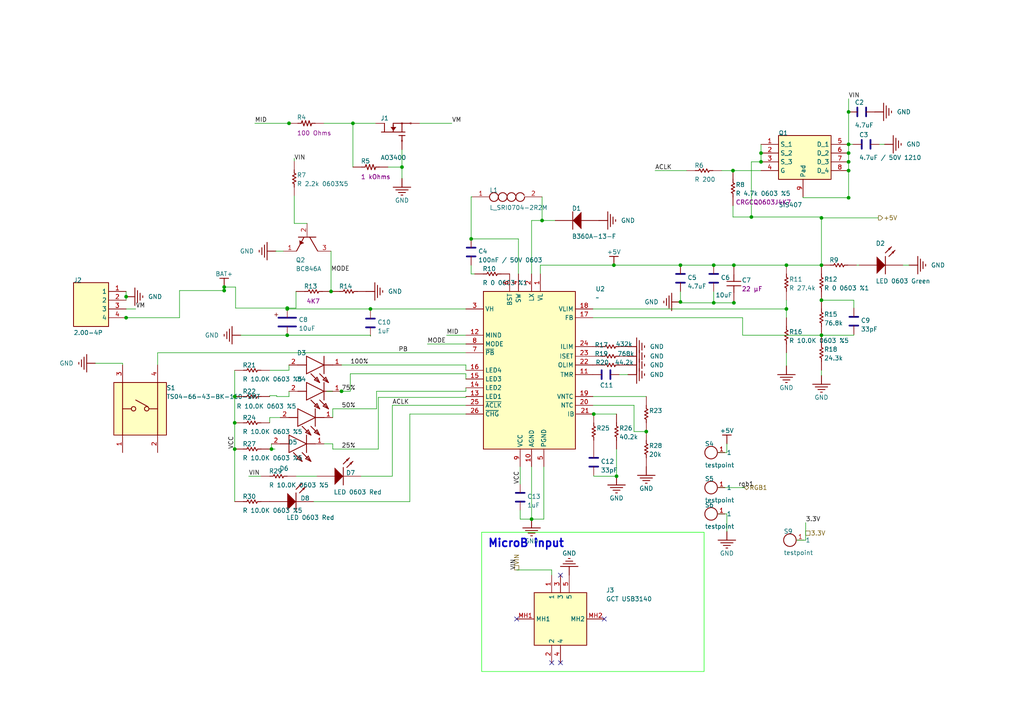
<source format=kicad_sch>
(kicad_sch (version 20231120) (generator "eeschema") (generator_version "8.0")
  (paper "A4")
  (junction (at 36.576 86.0552))
  (junction (at 228.092 76.9112))
  (junction (at 207.01 87.8332))
  (junction (at 220.726 46.9392))
  (junction (at 157.226 63.9572))
  (junction (at 212.852 87.8332))
  (junction (at 102.362 35.7632))
  (junction (at 212.598 49.4792))
  (junction (at 107.442 89.6112))
  (junction (at 246.126 32.4612))
  (junction (at 228.092 89.6112))
  (junction (at 207.01 76.9112))
  (junction (at 246.126 46.9392))
  (junction (at 36.576 92.1512))
  (junction (at 154.178 150.5712))
  (junction (at 83.312 89.3572))
  (junction (at 187.452 125.1712))
  (junction (at 99.06 113.4872))
  (junction (at 83.312 89.6112))
  (junction (at 197.358 76.9112))
  (junction (at 246.126 49.4792))
  (junction (at 238.252 97.2312))
  (junction (at 246.126 57.3532))
  (junction (at 136.652 69.2912))
  (junction (at 246.126 41.8592))
  (junction (at 65.024 84.2772))
  (junction (at 96.012 84.5312))
  (junction (at 78.74 130.2512))
  (junction (at 178.816 138.1252))
  (junction (at 238.252 76.9112))
  (junction (at 212.852 76.9112))
  (junction (at 178.054 76.9112))
  (junction (at 217.932 62.9412))
  (junction (at 83.82 35.7632))
  (junction (at 65.024 83.2612))
  (junction (at 68.072 115.0112))
  (junction (at 116.586 48.4632))
  (junction (at 68.072 122.6312))
  (junction (at 83.312 97.2312))
  (junction (at 172.212 120.0912))
  (junction (at 68.072 130.2512))
  (junction (at 246.126 44.3992))
  (junction (at 197.358 87.5792))
  (junction (at 238.252 63.1952))
  (junction (at 220.726 44.3992))
  (junction (at 238.252 87.0712))
  (no_connect (at 160.02 192.2272))
  (no_connect (at 162.56 166.8272))
  (no_connect (at 175.26 179.5272))
  (no_connect (at 162.56 192.2272))
  (no_connect (at 149.86 179.5272))
  (wire (pts (xy 135.128 113.4872) (xy 135.128 112.4712)))
  (wire (pts (xy 228.092 92.1512) (xy 228.092 89.6112)))
  (wire (pts (xy 79.756 130.2512) (xy 78.74 130.2512)))
  (wire (pts (xy 96.52 128.7272) (xy 93.98 128.7272)))
  (wire (pts (xy 137.668 79.4512) (xy 136.652 79.4512)))
  (wire (pts (xy 246.126 49.4792) (xy 246.126 46.9392)))
  (wire (pts (xy 102.362 35.7632) (xy 102.362 48.4632)))
  (wire (pts (xy 248.412 76.9112) (xy 249.174 76.9112)))
  (wire (pts (xy 85.344 45.9232) (xy 85.344 46.6852)))
  (wire (pts (xy 68.072 130.2512) (xy 68.072 122.6312)))
  (wire (pts (xy 232.918 57.3532) (xy 246.126 57.3532)))
  (wire (pts (xy 102.362 35.7632) (xy 93.98 35.7632)))
  (wire (pts (xy 83.82 115.0112) (xy 83.82 113.4872)))
  (wire (pts (xy 207.01 87.8332) (xy 207.01 84.5312)))
  (wire (pts (xy 156.718 79.4512) (xy 156.718 76.9112)))
  (wire (pts (xy 150.876 140.4112) (xy 150.876 135.3312)))
  (wire (pts (xy 197.358 84.5312) (xy 197.358 87.5792)))
  (wire (pts (xy 238.252 97.2312) (xy 247.65 97.2312)))
  (wire (pts (xy 96.52 118.5672) (xy 109.22 118.5672)))
  (wire (pts (xy 91.948 138.1252) (xy 85.852 138.1252)))
  (wire (pts (xy 178.054 76.9112) (xy 197.358 76.9112)))
  (wire (pts (xy 135.128 89.6112) (xy 107.442 89.6112)))
  (wire (pts (xy 220.726 44.3992) (xy 220.726 41.8592)))
  (wire (pts (xy 150.876 148.0312) (xy 150.876 150.5712)))
  (wire (pts (xy 83.82 107.3912) (xy 83.82 105.8672)))
  (wire (pts (xy 178.816 120.0912) (xy 172.212 120.0912)))
  (wire (pts (xy 101.6 113.4872) (xy 101.6 108.4072)))
  (wire (pts (xy 83.312 97.2312) (xy 69.85 97.2312)))
  (wire (pts (xy 90.932 145.4912) (xy 118.872 145.4912)))
  (wire (pts (xy 217.932 62.9412) (xy 217.932 46.9392)))
  (wire (pts (xy 238.252 63.1952) (xy 238.252 62.9412)))
  (wire (pts (xy 85.344 56.8452) (xy 85.344 64.8022)))
  (wire (pts (xy 36.576 86.0552) (xy 36.576 87.0712)))
  (wire (pts (xy 212.598 62.9412) (xy 212.598 59.6392)))
  (wire (pts (xy 157.226 57.0992) (xy 157.226 63.9572)))
  (wire (pts (xy 178.816 130.2512) (xy 178.816 138.1252)))
  (wire (pts (xy 135.128 115.2652) (xy 109.728 115.2652)))
  (wire (pts (xy 78.74 130.2512) (xy 78.74 128.7272)))
  (wire (pts (xy 197.358 87.8332) (xy 207.01 87.8332)))
  (wire (pts (xy 101.6 108.4072) (xy 135.128 108.4072)))
  (wire (pts (xy 215.9 141.4272) (xy 208.28 141.4272)))
  (wire (pts (xy 45.72 105.8672) (xy 45.72 102.3112)))
  (wire (pts (xy 154.178 79.4512) (xy 154.178 63.9572)))
  (wire (pts (xy 171.958 117.5512) (xy 183.896 117.5512)))
  (wire (pts (xy 157.734 150.5712) (xy 154.178 150.5712)))
  (wire (pts (xy 135.128 108.4072) (xy 135.128 109.9312)))
  (wire (pts (xy 85.852 89.3572) (xy 83.312 89.3572)))
  (wire (pts (xy 238.252 108.9152) (xy 238.252 107.3912)))
  (wire (pts (xy 68.072 115.0112) (xy 68.072 107.3912)))
  (wire (pts (xy 113.792 117.5512) (xy 135.128 117.5512)))
  (wire (pts (xy 36.576 92.1512) (xy 52.07 92.1512)))
  (wire (pts (xy 72.136 138.1252) (xy 75.692 138.1252)))
  (wire (pts (xy 246.126 44.3992) (xy 246.126 41.8592)))
  (wire (pts (xy 116.586 51.7652) (xy 116.586 48.4632)))
  (wire (pts (xy 247.65 97.2312) (xy 247.65 96.9772)))
  (wire (pts (xy 197.358 76.9112) (xy 207.01 76.9112)))
  (wire (pts (xy 107.442 97.2312) (xy 83.312 97.2312)))
  (wire (pts (xy 52.07 84.2772) (xy 65.024 84.2772)))
  (wire (pts (xy 255.016 41.8592) (xy 256.54 41.8592)))
  (wire (pts (xy 80.264 115.0112) (xy 83.82 115.0112)))
  (wire (pts (xy 135.128 99.7712) (xy 123.952 99.7712)))
  (wire (pts (xy 160.02 165.3032) (xy 149.86 165.3032)))
  (wire (pts (xy 154.178 63.9572) (xy 157.226 63.9572)))
  (wire (pts (xy 136.906 57.0992) (xy 136.652 57.0992)))
  (wire (pts (xy 157.734 135.3312) (xy 157.734 150.5712)))
  (wire (pts (xy 78.232 121.1072) (xy 81.28 121.1072)))
  (wire (pts (xy 104.648 138.1252) (xy 113.792 138.1252)))
  (wire (pts (xy 212.852 77.1652) (xy 212.852 76.9112)))
  (wire (pts (xy 246.126 32.4612) (xy 246.126 28.6512)))
  (wire (pts (xy 107.442 97.4852) (xy 107.442 97.2312)))
  (wire (pts (xy 73.914 35.7632) (xy 83.82 35.7632)))
  (wire (pts (xy 172.212 138.1252) (xy 172.212 137.8712)))
  (wire (pts (xy 215.392 92.1512) (xy 215.392 97.2312)))
  (wire (pts (xy 217.932 46.9392) (xy 220.726 46.9392)))
  (wire (pts (xy 68.072 122.6312) (xy 68.072 115.0112)))
  (wire (pts (xy 212.598 49.4792) (xy 220.726 49.4792)))
  (wire (pts (xy 233.68 151.5872) (xy 233.68 156.6672)))
  (wire (pts (xy 68.326 89.3572) (xy 68.326 83.2612)))
  (wire (pts (xy 78.232 130.2512) (xy 78.74 130.2512)))
  (wire (pts (xy 238.252 62.9412) (xy 217.932 62.9412)))
  (wire (pts (xy 136.652 57.0992) (xy 136.652 69.2912)))
  (wire (pts (xy 65.024 83.2612) (xy 65.024 84.2772)))
  (wire (pts (xy 107.442 89.6112) (xy 83.312 89.6112)))
  (wire (pts (xy 83.82 35.7632) (xy 84.074 35.7632)))
  (wire (pts (xy 99.06 113.4872) (xy 101.6 113.4872)))
  (wire (pts (xy 118.872 145.4912) (xy 118.872 120.0912)))
  (wire (pts (xy 99.06 105.8672) (xy 135.128 105.8672)))
  (wire (pts (xy 78.232 107.3912) (xy 83.82 107.3912)))
  (wire (pts (xy 113.792 138.1252) (xy 113.792 117.5512)))
  (wire (pts (xy 171.958 115.0112) (xy 187.452 115.0112)))
  (wire (pts (xy 150.368 69.2912) (xy 150.368 79.4512)))
  (wire (pts (xy 217.932 62.9412) (xy 212.598 62.9412)))
  (wire (pts (xy 52.07 92.1512) (xy 52.07 84.2772)))
  (wire (pts (xy 246.126 46.9392) (xy 246.126 44.3992)))
  (wire (pts (xy 246.126 57.3532) (xy 246.38 57.3532)))
  (wire (pts (xy 109.728 130.2512) (xy 96.52 130.2512)))
  (wire (pts (xy 96.52 121.1072) (xy 96.52 118.5672)))
  (wire (pts (xy 208.28 131.2672) (xy 210.82 131.2672)))
  (wire (pts (xy 238.252 76.9112) (xy 238.252 63.1952)))
  (wire (pts (xy 263.652 76.9112) (xy 261.874 76.9112)))
  (wire (pts (xy 232.918 57.0992) (xy 232.918 57.3532)))
  (wire (pts (xy 80.01 72.8472) (xy 82.169 72.8472)))
  (wire (pts (xy 210.82 154.1272) (xy 210.82 149.0472)))
  (wire (pts (xy 36.322 86.0552) (xy 36.576 86.0552)))
  (wire (pts (xy 150.876 150.5712) (xy 154.178 150.5712)))
  (wire (pts (xy 96.012 84.5312) (xy 96.012 72.8472)))
  (wire (pts (xy 228.092 89.6112) (xy 171.958 89.6112)))
  (wire (pts (xy 96.52 130.2512) (xy 96.52 128.7272)))
  (wire (pts (xy 207.01 87.8332) (xy 212.852 87.8332)))
  (wire (pts (xy 247.65 89.3572) (xy 247.65 87.0712)))
  (wire (pts (xy 182.118 108.6612) (xy 179.578 108.6612)))
  (wire (pts (xy 129.54 97.2312) (xy 135.128 97.2312)))
  (wire (pts (xy 68.326 83.2612) (xy 65.024 83.2612)))
  (wire (pts (xy 108.966 35.7632) (xy 102.362 35.7632)))
  (wire (pts (xy 27.686 105.3592) (xy 35.56 105.3592)))
  (wire (pts (xy 85.852 84.5312) (xy 85.852 89.3572)))
  (wire (pts (xy 207.01 76.9112) (xy 212.852 76.9112)))
  (wire (pts (xy 85.344 64.8022) (xy 89.061 64.8022)))
  (wire (pts (xy 135.128 105.8672) (xy 135.128 107.3912)))
  (wire (pts (xy 210.82 131.2672) (xy 210.82 128.7272)))
  (wire (pts (xy 35.56 105.3592) (xy 35.56 105.8672)))
  (wire (pts (xy 210.82 149.0472) (xy 208.28 149.0472)))
  (wire (pts (xy 131.064 35.7632) (xy 121.666 35.7632)))
  (wire (pts (xy 228.092 89.6112) (xy 228.092 87.0712)))
  (wire (pts (xy 156.718 76.9112) (xy 178.054 76.9112)))
  (wire (pts (xy 83.312 89.6112) (xy 83.312 89.3572)))
  (wire (pts (xy 107.442 89.6112) (xy 107.442 89.8652)))
  (wire (pts (xy 157.226 63.9572) (xy 161.036 63.9572)))
  (wire (pts (xy 212.852 87.8332) (xy 212.852 87.3252)))
  (wire (pts (xy 154.178 150.5712) (xy 154.178 135.3312)))
  (wire (pts (xy 36.576 92.1512) (xy 36.576 91.8972)))
  (wire (pts (xy 109.22 113.4872) (xy 135.128 113.4872)))
  (wire (pts (xy 254.762 63.1952) (xy 238.252 63.1952)))
  (wire (pts (xy 183.896 125.1712) (xy 187.452 125.1712)))
  (wire (pts (xy 246.126 41.8592) (xy 246.126 32.4612)))
  (wire (pts (xy 116.586 48.4632) (xy 116.586 43.3832)))
  (wire (pts (xy 39.37 89.6112) (xy 36.576 89.6112)))
  (wire (pts (xy 246.126 57.3532) (xy 246.126 49.4792)))
  (wire (pts (xy 36.576 86.0552) (xy 36.576 84.5312)))
  (wire (pts (xy 246.126 41.8592) (xy 247.396 41.8592)))
  (wire (pts (xy 189.992 49.4792) (xy 199.136 49.4792)))
  (wire (pts (xy 109.728 115.2652) (xy 109.728 130.2512)))
  (wire (pts (xy 183.896 117.5512) (xy 183.896 125.1712)))
  (wire (pts (xy 212.852 76.9112) (xy 228.092 76.9112)))
  (wire (pts (xy 78.232 115.0112) (xy 78.232 114.7572)))
  (wire (pts (xy 68.072 145.4912) (xy 68.072 130.2512)))
  (wire (pts (xy 228.092 106.1212) (xy 228.092 102.3112)))
  (wire (pts (xy 231.14 156.6672) (xy 233.68 156.6672)))
  (wire (pts (xy 215.392 97.2312) (xy 238.252 97.2312)))
  (wire (pts (xy 209.296 49.4792) (xy 212.598 49.4792)))
  (wire (pts (xy 78.232 114.7572) (xy 80.264 114.7572)))
  (wire (pts (xy 171.958 92.1512) (xy 215.392 92.1512)))
  (wire (pts (xy 136.652 69.2912) (xy 150.368 69.2912)))
  (wire (pts (xy 80.264 114.7572) (xy 80.264 115.0112)))
  (wire (pts (xy 112.522 48.4632) (xy 116.586 48.4632)))
  (wire (pts (xy 94.742 113.4872) (xy 99.06 113.4872)))
  (wire (pts (xy 135.128 115.0112) (xy 135.128 115.2652)))
  (wire (pts (xy 178.816 138.1252) (xy 172.212 138.1252)))
  (wire (pts (xy 65.024 84.2772) (xy 65.024 84.5312)))
  (wire (pts (xy 78.232 122.6312) (xy 78.232 121.1072)))
  (wire (pts (xy 136.652 79.4512) (xy 136.652 76.9112)))
  (wire (pts (xy 45.72 102.3112) (xy 135.128 102.3112)))
  (wire (pts (xy 197.358 87.5792) (xy 197.358 87.8332)))
  (wire (pts (xy 118.872 120.0912) (xy 135.128 120.0912)))
  (wire (pts (xy 247.65 87.0712) (xy 238.252 87.0712)))
  (wire (pts (xy 160.02 166.8272) (xy 160.02 165.3032)))
  (wire (pts (xy 109.22 118.5672) (xy 109.22 113.4872)))
  (wire (pts (xy 212.852 87.8332) (xy 213.36 87.8332)))
  (wire (pts (xy 220.726 46.9392) (xy 220.726 44.3992)))
  (wire (pts (xy 83.312 89.3572) (xy 68.326 89.3572)))
  (wire (pts (xy 228.092 76.9112) (xy 238.252 76.9112)))
  (text_box "MicroB input" (at 204.216 154.3812 0) (size -64.516 40.386) (stroke (width 0) (color 0 255 0 1)) (effects (font (size 2.286 2.286) (bold yes)) (justify left top)))
  (label "MODE" (at 96.012 78.9432 0))
  (label "VM" (at 131.064 35.7632 0))
  (label "MID" (at 129.54 97.2312 0))
  (label "ACLK" (at 113.792 117.5512 0))
  (label "VCC" (at 68.072 130.2512 90))
  (label "VIN" (at 72.136 138.1252 0))
  (label "ACLK" (at 189.992 49.4792 0))
  (label "3.3V" (at 233.68 151.5872 0))
  (label "MID" (at 73.914 35.7632 0))
  (label "VCC" (at 150.876 140.4112 90))
  (label "100%" (at 101.6 105.8672 0))
  (label "PB" (at 115.57 102.3112 0))
  (label "50%" (at 99.06 118.5672 0))
  (label "VIN" (at 246.126 28.6512 0))
  (label "MODE" (at 123.952 99.7712 0))
  (label "VM" (at 39.37 89.6112 0))
  (label "25%" (at 99.06 130.2512 0))
  (label "VIN" (at 149.86 165.3032 90))
  (label "VIN" (at 85.344 46.6852 0))
  (label "75%" (at 99.06 113.4872 0))
  (label "rgb1" (at 214.122 141.4272 0))
  (hierarchical_label "3.3V" (shape passive) (at 233.68 154.6352 0))
  (hierarchical_label "+5V" (shape output) (at 254.762 63.1952 0))
  (hierarchical_label "RGB1" (shape bidirectional) (at 215.9 141.4272 0))
  (hierarchical_label "VIN" (shape passive) (at 149.86 165.3032 90))
  (symbol (lib_id "Project 0 - Work_Trial-altium-import:GND_POWER_GROUND") (at 182.118 108.6612 90) (unit 1)
    (property "Reference" "#PWR0121" (effects (hide yes)))
    (property "Value" "GND" (at 188.468 108.6612 90) (effects (justify right)))
  )
  (symbol (lib_id "Project 0 - Work_Trial-altium-import:root_1_R 10k 0603 %5") (at 172.212 125.1712 0) (unit 1)
    (property "Reference" "R25" (at 172.974 124.9172 0) (effects (justify left bottom)))
    (property "Value" "R 10.0K 0603 %5" (effects (hide yes)))
    (property "Footprint" "R0603" (effects (hide yes)))
    (property "Description" "RES 10.0K OHM 1/8W %5 0603 SMD" (effects (hide yes)))
    (property "CODE_MAN" "RMCF0603FT10K0" (effects (hide yes)))
  )
  (symbol (lib_id "Project 0 - Work_Trial-altium-import:root_1_C_10uF_TC3528_16V") (at 83.312 93.4212 0) (unit 1)
    (property "Reference" "C8" (at 86.614 93.4422 0) (effects (justify left bottom)))
    (property "Value" "10uF" (at 86.614 95.9822 0) (effects (justify left bottom)))
    (property "Footprint" "C1411" (effects (hide yes)))
    (property "Description" "CAP TANTAL 10uF 16V TC3528" (effects (hide yes)))
    (property "CODE_MAN" "TAJB106K016SNJ" (effects (hide yes)))
  )
  (symbol (lib_id "Project 0 - Work_Trial-altium-import:root_0_R 10k 0603 %5") (at 73.152 122.6312 0) (unit 1)
    (property "Reference" "R24" (at 70.358 121.8692 0) (effects (justify left bottom)))
    (property "Value" "R 10.0K 0603 %5" (at 70.358 125.9332 0) (effects (justify left bottom)))
    (property "Footprint" "R0603" (effects (hide yes)))
    (property "Description" "RES 10.0K OHM 1/8W %5 0603 SMD" (effects (hide yes)))
    (property "CODE_MAN" "RMCF0603FT10K0" (effects (hide yes)))
  )
  (symbol (lib_id "Project 0 - Work_Trial-altium-import:root_2_LTH3MM12VFR4100") (at 93.98 128.7272 0) (unit 1)
    (property "Reference" "D6" (at 81.026 136.6012 0) (effects (justify left bottom)))
    (property "Value" "LTH3MM12VFR4100" (effects (hide yes)))
    (property "Footprint" "LTH3MM12VFR4100" (effects (hide yes)))
    (property "Description" "LED" (effects (hide yes)))
    (property "DATASHEET LINK" "https://componentsearchengine.com//LTH3MM12VFR4100.pdf" (effects (hide yes)))
    (property "HEIGHT" "6.3mm" (effects (hide yes)))
    (property "MOUSER2 PART NUMBER" "593-LTH3MM12VFR4100" (effects (hide yes)))
    (property "MOUSER2 PRICE/STOCK" "https://www.mouser.com/Search/Refine.aspx?Keyword=593-LTH3MM12VFR4100" (effects (hide yes)))
    (property "MANUFACTURER_NAME" "Visual Communications Company" (effects (hide yes)))
    (property "MANUFACTURER_PART_NUMBER" "LTH3MM12VFR4100" (effects (hide yes)))
  )
  (symbol (lib_id "Project 0 - Work_Trial-altium-import:GND_POWER_GROUND") (at 263.652 76.9112 90) (unit 1)
    (property "Reference" "#PWR0113" (effects (hide yes)))
    (property "Value" "GND" (at 270.002 76.9112 90) (effects (justify right)))
  )
  (symbol (lib_id "Project 0 - Work_Trial-altium-import:GND_POWER_GROUND") (at 178.816 138.1252 0) (unit 1)
    (property "Reference" "#PWR0117" (effects (hide yes)))
    (property "Value" "GND" (at 178.816 144.4752 0))
  )
  (symbol (lib_id "Project 0 - Work_Trial-altium-import:root_0_R 768k") (at 177.038 103.3272 0) (unit 1)
    (property "Reference" "R19" (at 172.466 103.3272 0) (effects (justify left bottom)))
    (property "Value" "768k" (at 179.07 103.3272 0) (effects (justify left bottom)))
    (property "Footprint" "R0603" (effects (hide yes)))
    (property "Description" "RES 768k OHM 1/8W %1 0603 SMD" (effects (hide yes)))
    (property "CODE_MAN" "CRCW0603768KFKEA" (effects (hide yes)))
  )
  (symbol (lib_id "Project 0 - Work_Trial-altium-import:GND_POWER_GROUND") (at 80.01 72.8472 270) (unit 1)
    (property "Reference" "#PWR0104" (effects (hide yes)))
    (property "Value" "GND" (at 73.66 72.8472 90) (effects (justify right)))
  )
  (symbol (lib_id "Project 0 - Work_Trial-altium-import:root_0_R 44.2k") (at 177.038 105.8672 0) (unit 1)
    (property "Reference" "R20" (at 172.72 105.8672 0) (effects (justify left bottom)))
    (property "Value" "44.2k" (at 178.308 105.8672 0) (effects (justify left bottom)))
    (property "Footprint" "R0603" (effects (hide yes)))
    (property "Description" "RES 44.2k" (effects (hide yes)))
    (property "CODE_MAN" "CR0603-FX-4422ELF" (effects (hide yes)))
  )
  (symbol (lib_id "Project 0 - Work_Trial-altium-import:root_0_R 10k 0603 %5") (at 243.332 76.9112 0) (unit 1)
    (property "Reference" "R9" (at 240.538 76.1492 0) (effects (justify left bottom)))
    (property "Value" "R 10.0K 0603 %5" (effects (hide yes)))
    (property "Footprint" "R0603" (effects (hide yes)))
    (property "Description" "RES 10.0K OHM 1/8W %5 0603 SMD" (effects (hide yes)))
    (property "CODE_MAN" "RMCF0603FT10K0" (effects (hide yes)))
  )
  (symbol (lib_id "Project 0 - Work_Trial-altium-import:root_3_BC846A") (at 89.027 68.7832 0) (unit 1)
    (property "Reference" "Q2" (at 85.773 76.1492 0) (effects (justify left bottom)))
    (property "Value" "BC846A" (at 85.773 78.6892 0) (effects (justify left bottom)))
    (property "Footprint" "SOT-323" (effects (hide yes)))
    (property "Description" "TRANS NPN 65V 0.1A SOT-23" (effects (hide yes)))
    (property "CODE_MAN" "BC846ALT3G" (effects (hide yes)))
  )
  (symbol (lib_id "Project 0 - Work_Trial-altium-import:root_2_testpoint") (at 206.248 149.0472 0) (unit 1)
    (property "Reference" "S6" (at 204.424 147.2232 0) (effects (justify left bottom)))
    (property "Value" "testpoint" (at 204.424 153.4112 0) (effects (justify left bottom)))
    (property "Footprint" "testpoint" (effects (hide yes)))
  )
  (symbol (lib_id "Project 0 - Work_Trial-altium-import:GND_POWER_GROUND") (at 228.092 106.1212 0) (unit 1)
    (property "Reference" "#PWR0124" (effects (hide yes)))
    (property "Value" "GND" (at 228.092 112.4712 0))
  )
  (symbol (lib_id "Project 0 - Work_Trial-altium-import:GND_POWER_GROUND") (at 210.82 154.1272 0) (unit 1)
    (property "Reference" "#PWR0123" (effects (hide yes)))
    (property "Value" "GND" (at 210.82 160.4772 0))
  )
  (symbol (lib_id "Project 0 - Work_Trial-altium-import:root_0_LED_0603_Red") (at 97.028 135.5852 0) (unit 1)
    (property "Reference" "D7" (at 100.33 137.8712 0) (effects (justify left bottom)))
    (property "Value" "LED 0603 Red" (at 96.774 143.4592 0) (effects (justify left bottom)))
    (property "Footprint" "LED-0603-RED" (effects (hide yes)))
    (property "Description" "LED 0603 Red" (effects (hide yes)))
    (property "CODE_MAN" "150060RS75000" (effects (hide yes)))
  )
  (symbol (lib_id "Project 0 - Work_Trial-altium-import:root_2_testpoint") (at 206.248 131.2672 0) (unit 1)
    (property "Reference" "S4" (at 204.424 129.4432 0) (effects (justify left bottom)))
    (property "Value" "testpoint" (at 204.424 135.6312 0) (effects (justify left bottom)))
    (property "Footprint" "testpoint" (effects (hide yes)))
  )
  (symbol (lib_id "Project 0 - Work_Trial-altium-import:root_1_c_4.7uF_1210_50V") (at 197.358 79.4512 0) (unit 1)
    (property "Reference" "C5" (at 199.39 81.2292 0) (effects (justify left bottom)))
    (property "Value" "4.7uF" (at 199.39 83.7692 0) (effects (justify left bottom)))
    (property "Footprint" "C1210" (effects (hide yes)))
    (property "Description" "CAP CER 4.7uF 50V 10% X7R 1210" (effects (hide yes)))
    (property "CODE_MAN" "CL32B475KBUYNNE" (effects (hide yes)))
  )
  (symbol (lib_id "Project 0 - Work_Trial-altium-import:root_1_R 10k 0603 %5") (at 228.092 97.2312 0) (unit 1)
    (property "Reference" "R16" (at 228.854 96.9772 0) (effects (justify left bottom)))
    (property "Value" "R 10.0K 0603 %5" (at 228.854 99.5172 0) (effects (justify left bottom)))
    (property "Footprint" "R0603" (effects (hide yes)))
    (property "Description" "RES 10.0K OHM 1/8W %5 0603 SMD" (effects (hide yes)))
    (property "CODE_MAN" "RMCF0603FT10K0" (effects (hide yes)))
  )
  (symbol (lib_id "Project 0 - Work_Trial-altium-import:root_1_c_33pF") (at 172.212 132.7912 0) (unit 1)
    (property "Reference" "C12" (at 174.244 134.5692 0) (effects (justify left bottom)))
    (property "Value" "33pF" (at 174.244 137.1092 0) (effects (justify left bottom)))
    (property "Footprint" "C0603" (effects (hide yes)))
    (property "Description" "CAP CER 30PF 50V 5%" (effects (hide yes)))
    (property "CODE_MAN" "C0603C300J5GACTU" (effects (hide yes)))
  )
  (symbol (lib_id "Project 0 - Work_Trial-altium-import:GND_POWER_GROUND") (at 182.118 100.5332 90) (unit 1)
    (property "Reference" "#PWR0109" (effects (hide yes)))
    (property "Value" "GND" (at 188.468 100.5332 90) (effects (justify right)))
  )
  (symbol (lib_id "Project 0 - Work_Trial-altium-import:root_1_R 20k 0603 %5") (at 187.452 130.2512 0) (unit 1)
    (property "Reference" "R28" (at 188.214 129.9972 0) (effects (justify left bottom)))
    (property "Value" "20k" (at 188.214 132.5372 0) (effects (justify left bottom)))
    (property "Footprint" "R0603" (effects (hide yes)))
    (property "Description" "RES 20kOHM 1/8W %5 0603 SMD" (effects (hide yes)))
    (property "CODE_MAN" "RMCF0603JG20K0" (effects (hide yes)))
  )
  (symbol (lib_id "Project 0 - Work_Trial-altium-import:root_0_LED_0603_Red") (at 83.312 142.9512 0) (unit 1)
    (property "Reference" "D8" (at 87.122 145.2372 0) (effects (justify left bottom)))
    (property "Value" "LED 0603 Red" (at 83.058 150.8252 0) (effects (justify left bottom)))
    (property "Footprint" "LED-0603-RED" (effects (hide yes)))
    (property "Description" "LED 0603 Red" (effects (hide yes)))
    (property "CODE_MAN" "150060RS75000" (effects (hide yes)))
  )
  (symbol (lib_id "Project 0 - Work_Trial-altium-import:root_1_R 76.8k") (at 238.252 92.1512 0) (unit 1)
    (property "Reference" "R15" (at 239.014 91.8972 0) (effects (justify left bottom)))
    (property "Value" "76.8k" (at 239.014 94.4372 0) (effects (justify left bottom)))
    (property "Footprint" "R0603" (effects (hide yes)))
    (property "Description" "RES  76.8k OHM" (effects (hide yes)))
    (property "CODE_MAN" "RMCF0603FT76K8" (effects (hide yes)))
  )
  (symbol (lib_id "Project 0 - Work_Trial-altium-import:root_0_mirrored_CON_DS1066-4MRW6XB") (at 36.576 84.5312 0) (unit 1)
    (property "Reference" "J2" (at 21.336 81.9912 0) (effects (justify left bottom)))
    (property "Value" "2.00-4P" (at 21.336 97.2312 0) (effects (justify left bottom)))
    (property "Footprint" "SHDR2W50P0X200_1X4_600X465X610P" (effects (hide yes)))
    (property "Description" "Connector" (effects (hide yes)))
    (property "CODE_MAN" "DS1066-4MRW6XB" (effects (hide yes)))
    (property "CODE_MAN_OZ" "DS1066-4MRW6XB" (effects (hide yes)))
  )
  (symbol (lib_id "Project 0 - Work_Trial-altium-import:root_0_D_B360A-13-F") (at 167.64 63.9572 0) (unit 1)
    (property "Reference" "D1" (at 165.862 61.1632 0) (effects (justify left bottom)))
    (property "Value" "B360A-13-F" (at 165.862 69.2912 0) (effects (justify left bottom)))
    (property "Footprint" "DO-214AC(SMA)" (effects (hide yes)))
    (property "Description" "DIODE SHOTTKY 60V 3A DO-214AC(SMA) MOLDED PLASTIC" (effects (hide yes)))
    (property "CODE_MAN" "B360A-13-F" (effects (hide yes)))
  )
  (symbol (lib_id "Project 0 - Work_Trial-altium-import:GND_POWER_GROUND") (at 116.586 51.7652 0) (unit 1)
    (property "Reference" "#PWR0102" (effects (hide yes)))
    (property "Value" "GND" (at 116.586 58.1152 0))
  )
  (symbol (lib_id "Project 0 - Work_Trial-altium-import:root_2_testpoint") (at 229.108 156.6672 0) (unit 1)
    (property "Reference" "S9" (at 227.284 154.8432 0) (effects (justify left bottom)))
    (property "Value" "testpoint" (at 227.284 161.0312 0) (effects (justify left bottom)))
    (property "Footprint" "testpoint" (effects (hide yes)))
  )
  (symbol (lib_id "Project 0 - Work_Trial-altium-import:root_2_LTH3MM12VFR4100") (at 99.06 105.8672 0) (unit 1)
    (property "Reference" "D3" (at 86.106 103.0732 0) (effects (justify left bottom)))
    (property "Value" "LTH3MM12VFR4100" (effects (hide yes)))
    (property "Footprint" "LTH3MM12VFR4100" (effects (hide yes)))
    (property "Description" "LED" (effects (hide yes)))
    (property "DATASHEET LINK" "https://componentsearchengine.com//LTH3MM12VFR4100.pdf" (effects (hide yes)))
    (property "HEIGHT" "6.3mm" (effects (hide yes)))
    (property "MOUSER2 PART NUMBER" "593-LTH3MM12VFR4100" (effects (hide yes)))
    (property "MOUSER2 PRICE/STOCK" "https://www.mouser.com/Search/Refine.aspx?Keyword=593-LTH3MM12VFR4100" (effects (hide yes)))
    (property "MANUFACTURER_NAME" "Visual Communications Company" (effects (hide yes)))
    (property "MANUFACTURER_PART_NUMBER" "LTH3MM12VFR4100" (effects (hide yes)))
  )
  (symbol (lib_id "Project 0 - Work_Trial-altium-import:root_2_c_4.7uF_1210_50V") (at 248.666 32.4612 0) (unit 1)
    (property "Reference" "C2" (at 247.904 30.4292 0) (effects (justify left bottom)))
    (property "Value" "4.7uF" (at 247.904 37.0332 0) (effects (justify left bottom)))
    (property "Footprint" "C1210" (effects (hide yes)))
    (property "Description" "CAP CER 4.7uF 50V 10% X7R 1210" (effects (hide yes)))
    (property "CODE_MAN" "CL32B475KBUYNNE" (effects (hide yes)))
  )
  (symbol (lib_id "Project 0 - Work_Trial-altium-import:GND_POWER_GROUND") (at 69.85 97.2312 270) (unit 1)
    (property "Reference" "#PWR0103" (effects (hide yes)))
    (property "Value" "GND" (at 63.5 97.2312 90) (effects (justify right)))
  )
  (symbol (lib_id "Project 0 - Work_Trial-altium-import:root_0_c_4.7uF_1210_50V") (at 252.476 41.8592 0) (unit 1)
    (property "Reference" "C3" (at 249.174 39.8272 0) (effects (justify left bottom)))
    (property "Value" "4.7uF / 50V 1210" (at 249.174 46.4312 0) (effects (justify left bottom)))
    (property "Footprint" "C1210" (effects (hide yes)))
    (property "Description" "CAP CER 4.7uF 50V 10% X7R 1210" (effects (hide yes)))
    (property "CODE_MAN" "CL32B475KBUYNNE" (effects (hide yes)))
  )
  (symbol (lib_id "Project 0 - Work_Trial-altium-import:GND_POWER_GROUND") (at 253.746 32.4612 90) (unit 1)
    (property "Reference" "#PWR0114" (effects (hide yes)))
    (property "Value" "GND" (at 260.096 32.4612 90) (effects (justify right)))
  )
  (symbol (lib_id "Project 0 - Work_Trial-altium-import:GND_POWER_GROUND") (at 182.118 105.8672 90) (unit 1)
    (property "Reference" "#PWR0120" (effects (hide yes)))
    (property "Value" "GND" (at 188.468 105.8672 90) (effects (justify right)))
  )
  (symbol (lib_id "Project 0 - Work_Trial-altium-import:root_1_R 0R 0603 %1") (at 238.252 81.9912 0) (unit 1)
    (property "Reference" "R12" (at 239.014 81.7372 0) (effects (justify left bottom)))
    (property "Value" "R 0 0603 %1" (at 239.014 84.2772 0) (effects (justify left bottom)))
    (property "Footprint" "R0603" (effects (hide yes)))
    (property "Description" "RES 0.0 OHM 1/8W 0603 SMD" (effects (hide yes)))
    (property "CODE_MAN" "RMCF0603ZT0R00" (effects (hide yes)))
  )
  (symbol (lib_id "Project 0 - Work_Trial-altium-import:root_1_c_1uF_1206_50V") (at 107.442 92.4052 0) (unit 1)
    (property "Reference" "C10" (at 109.474 94.1832 0) (effects (justify left bottom)))
    (property "Value" "1uF" (at 109.474 96.7232 0) (effects (justify left bottom)))
    (property "Footprint" "C1206" (effects (hide yes)))
    (property "Description" "CAP CER 1uF 50V 10% X7R 1206" (effects (hide yes)))
    (property "CODE_MAN" "C1206C105K5RACTU" (effects (hide yes)))
  )
  (symbol (lib_id "Project 0 - Work_Trial-altium-import:root_0_Resistor") (at 88.9 35.7632 0) (unit 1)
    (property "Reference" "R4" (at 86.106 34.7472 0) (effects (justify left bottom)))
    (property "Value" "${ALTIUM_VALUE}" (effects (hide yes)))
    (property "Footprint" "RES 0603_1608" (effects (hide yes)))
    (property "Description" "RES SMD 100 OHM 1% 1/10W 0603" (effects (hide yes)))
    (property "PART NUMBER" "AC0603FR-07100RL" (effects (hide yes)))
    (property "ALTIUM_VALUE" "100 Ohms" (at 86.106 39.3192 0) (effects (justify left bottom)))
    (property "COMPONENTLINK1DESCRIPTION" "Datasheet" (effects (hide yes)))
    (property "COMPONENTLINK1URL" "https://www.yageo.com/upload/media/product/productsearch/datasheet/rchip/PYu-AC_51_RoHS_L_7.pdf" (effects (hide yes)))
    (property "COMPONENTLINK2DESCRIPTION" "DigiKey Link" (effects (hide yes)))
    (property "COMPONENTLINK2URL" "https://www.digikey.com/en/products/detail/yageo/AC0603FR-07100RL/5895735" (effects (hide yes)))
    (property "COMPOSITION" "Thick Film" (effects (hide yes)))
    (property "DEVICE PACKAGE" "0603 (1608 Metric)" (effects (hide yes)))
    (property "FEATURES" "Automotive AEC-Q200, Moisture Resistant" (effects (hide yes)))
    (property "HEIGHT - SEATED (MAX)" "0.022\" (0.55mm)" (effects (hide yes)))
    (property "LASTUPDATED" "4/2/2022 6:13:43 AM" (effects (hide yes)))
    (property "LIFECYCLE STATUS" "Active" (effects (hide yes)))
    (property "MANUFACTURER" "Yageo" (effects (hide yes)))
    (property "MINIMUM ORDER" "1" (effects (hide yes)))
    (property "NUMBER OF TERMINATIONS" "2" (effects (hide yes)))
    (property "OPERATING TEMPERATURE" "-55°C ~ 155°C" (effects (hide yes)))
    (property "PACKAGE / CASE" "0603 (1608 Metric)" (effects (hide yes)))
    (property "PACKAGING" "CutTape" (effects (hide yes)))
    (property "PARTID" "17348" (effects (hide yes)))
    (property "PART STATUS" "Active" (effects (hide yes)))
    (property "POWER (WATTS)" "0.1W, 1/10W" (effects (hide yes)))
    (property "PRICE" "0.01" (effects (hide yes)))
    (property "RATINGS" "AEC-Q200" (effects (hide yes)))
    (property "RESISTANCE" "100 Ohms" (effects (hide yes)))
    (property "SERIES" "AC" (effects (hide yes)))
    (property "SIZE / DIMENSION" "0.063\" L x 0.031\" W (1.60mm x 0.80mm)" (effects (hide yes)))
    (property "SUPPLIER 1" "DigiKey" (effects (hide yes)))
    (property "SUPPLIER PART NUMBER 1" "YAG3561CT-ND" (effects (hide yes)))
    (property "SUPPLIER DEVICE PACKAGE" "0603" (effects (hide yes)))
    (property "TEMPERATURE COEFFICIENT" "±100ppm/°C" (effects (hide yes)))
    (property "TOLERANCE" "±1%" (effects (hide yes)))
  )
  (symbol (lib_id "Project 0 - Work_Trial-altium-import:root_1_c_100nF_0603_50V") (at 136.652 71.8312 0) (unit 1)
    (property "Reference" "C4" (at 138.684 73.6092 0) (effects (justify left bottom)))
    (property "Value" "100nF / 50V 0603" (at 138.684 76.1492 0) (effects (justify left bottom)))
    (property "Footprint" "C0603" (effects (hide yes)))
    (property "Description" "CAP CER 100nF 50V 10% X7R 0603" (effects (hide yes)))
    (property "CODE_MAN" "CL10B104KB8NNND" (effects (hide yes)))
  )
  (symbol (lib_id "Project 0 - Work_Trial-altium-import:root_1_R 2.2k 0603 %5") (at 85.344 51.7652 0) (unit 1)
    (property "Reference" "R7" (at 86.106 51.5112 0) (effects (justify left bottom)))
    (property "Value" "R 2.2k 0603%5" (at 86.106 54.0512 0) (effects (justify left bottom)))
    (property "Footprint" "R0603" (effects (hide yes)))
    (property "Description" "RES 2.2K OHM 1/8W %5 0805 SMD" (effects (hide yes)))
    (property "CODE_MAN" "MCT06030C2201FP500" (effects (hide yes)))
  )
  (symbol (lib_id "Project 0 - Work_Trial-altium-import:root_0_Q_SIS407DN-T1-GE3") (at 220.726 41.8592 0) (unit 1)
    (property "Reference" "Q1" (at 225.806 39.3192 0) (effects (justify left bottom)))
    (property "Value" "SIS407" (at 225.806 60.1472 0) (effects (justify left bottom)))
    (property "Footprint" "SIS862DNT1GE3" (effects (hide yes)))
    (property "Description" "MOSFET (P-Channel)" (effects (hide yes)))
    (property "DATASHEET LINK" "https://www.vishay.com/docs/65942/sis407dn.pdf" (effects (hide yes)))
    (property "MANUFACTURER_NAME" "Vishay" (effects (hide yes)))
    (property "MANUFACTURER_PART_NUMBER" "SIS407DN-T1-GE3" (effects (hide yes)))
    (property "CODE_MAN" "SIS407DN-T1-GE3" (effects (hide yes)))
  )
  (symbol (lib_id "Project 0 - Work_Trial-altium-import:root_0_L_SRI0704-2R2M") (at 136.906 57.0992 0) (unit 1)
    (property "Reference" "L1" (at 141.986 55.8802 0) (effects (justify left bottom)))
    (property "Value" "L_SRI0704-2R2M" (at 141.986 60.9602 0) (effects (justify left bottom)))
    (property "Footprint" "INDPM7373X450N" (effects (hide yes)))
    (property "Description" "Inductor" (effects (hide yes)))
    (property "DATASHEET LINK" "https://4donline.ihs.com/images/VipMasterIC/IC/CORE/CORE-S-A0003209028/CORE-S-A0003209028-1.pdf?hkey=EF798316E3902B6ED9A73243A3159BB0" (effects (hide yes)))
    (property "HEIGHT" "4.5mm" (effects (hide yes)))
    (property "MANUFACTURER_NAME" "CORE MASTER ENTERPRISE CO." (effects (hide yes)))
    (property "MANUFACTURER_PART_NUMBER" "SRI0704-2R2M" (effects (hide yes)))
    (property "MAN_CODE" "SRI0704-2R2M" (effects (hide yes)))
    (property "CODE_MAN" "SRI0704-2R2M" (effects (hide yes)))
  )
  (symbol (lib_id "Project 0 - Work_Trial-altium-import:root_1_AO3400") (at 114.046 38.3032 0) (unit 1)
    (property "Reference" "J1" (at 110.363 35.0012 0) (effects (justify left bottom)))
    (property "Value" "AO3400" (at 110.363 46.4312 0) (effects (justify left bottom)))
    (property "Footprint" "SOT23" (effects (hide yes)))
    (property "AVAILABILITY" "Unavailable" (effects (hide yes)))
    (property "PACKAGE" "None" (effects (hide yes)))
    (property "MP" "AO3400" (effects (hide yes)))
    (property "ALTIUM_VALUE" "*" (effects (hide yes)))
    (property "PRICE" "None" (effects (hide yes)))
    (property "MF" "{'manufacturer': u'Alpha &'}" (effects (hide yes)))
  )
  (symbol (lib_id "Project 0 - Work_Trial-altium-import:GND_POWER_GROUND") (at 182.118 103.3272 90) (unit 1)
    (property "Reference" "#PWR0108" (effects (hide yes)))
    (property "Value" "GND" (at 188.468 103.3272 90) (effects (justify right)))
  )
  (symbol (lib_id "Project 0 - Work_Trial-altium-import:+5V_BAR") (at 210.82 128.7272 180) (unit 1)
    (property "Reference" "#PWR0122" (effects (hide yes)))
    (property "Value" "+5V" (at 210.82 124.9172 0))
  )
  (symbol (lib_id "Project 0 - Work_Trial-altium-import:root_0_LED_0603_Green") (at 254.254 74.3712 0) (unit 1)
    (property "Reference" "D2" (at 254 71.3232 0) (effects (justify left bottom)))
    (property "Value" "LED 0603 Green" (at 254 82.2452 0) (effects (justify left bottom)))
    (property "Footprint" "LED-0603-GREEN" (effects (hide yes)))
    (property "Description" "LED 0603 Green" (effects (hide yes)))
    (property "CODE_MAN" "150060GS75000" (effects (hide yes)))
  )
  (symbol (lib_id "Project 0 - Work_Trial-altium-import:root_0_R 200") (at 204.216 49.4792 0) (unit 1)
    (property "Reference" "R6" (at 201.422 48.7172 0) (effects (justify left bottom)))
    (property "Value" "R 200" (at 201.422 52.7812 0) (effects (justify left bottom)))
    (property "Footprint" "r0603" (effects (hide yes)))
    (property "Description" "RES 200 OHM" (effects (hide yes)))
    (property "CODE_MAN" "ERJ-PA3J201V" (effects (hide yes)))
  )
  (symbol (lib_id "Project 0 - Work_Trial-altium-import:root_0_R 10k 0603 %5") (at 101.092 84.5312 0) (unit 1)
    (property "Reference" "R14" (at 98.298 83.7692 0) (effects (justify left bottom)))
    (property "Value" "R 10.0K 0603 %5" (effects (hide yes)))
    (property "Footprint" "R0603" (effects (hide yes)))
    (property "Description" "RES 10.0K OHM 1/8W %5 0603 SMD" (effects (hide yes)))
    (property "CODE_MAN" "RMCF0603FT10K0" (effects (hide yes)))
  )
  (symbol (lib_id "Project 0 - Work_Trial-altium-import:root_1_R 40.2k") (at 178.816 125.1712 0) (unit 1)
    (property "Reference" "R26" (at 179.578 124.9172 0) (effects (justify left bottom)))
    (property "Value" "40.2k" (at 179.578 127.4572 0) (effects (justify left bottom)))
    (property "Footprint" "R0603" (effects (hide yes)))
    (property "Description" "RES 40.2k" (effects (hide yes)))
    (property "CODE_MAN" "AC0603FR-0740K2L" (effects (hide yes)))
  )
  (symbol (lib_id "Project 0 - Work_Trial-altium-import:root_0_R 10k 0603 %5") (at 73.152 115.0112 0) (unit 1)
    (property "Reference" "R22" (at 70.358 114.2492 0) (effects (justify left bottom)))
    (property "Value" "R 10.0K 0603 %5" (at 68.58 118.5672 0) (effects (justify left bottom)))
    (property "Footprint" "R0603" (effects (hide yes)))
    (property "Description" "RES 10.0K OHM 1/8W %5 0603 SMD" (effects (hide yes)))
    (property "CODE_MAN" "RMCF0603FT10K0" (effects (hide yes)))
  )
  (symbol (lib_id "Project 0 - Work_Trial-altium-import:root_1_c_33pF") (at 247.65 91.8972 0) (unit 1)
    (property "Reference" "C9" (at 249.682 93.6752 0) (effects (justify left bottom)))
    (property "Value" "33pF" (at 249.682 96.2152 0) (effects (justify left bottom)))
    (property "Footprint" "C0603" (effects (hide yes)))
    (property "Description" "CAP CER 30PF 50V 5%" (effects (hide yes)))
    (property "CODE_MAN" "C0603C300J5GACTU" (effects (hide yes)))
  )
  (symbol (lib_id "Project 0 - Work_Trial-altium-import:GND_POWER_GROUND") (at 165.1 166.8272 180) (unit 1)
    (property "Reference" "#PWR0116" (effects (hide yes)))
    (property "Value" "GND" (at 165.1 160.4772 0))
  )
  (symbol (lib_id "Project 0 - Work_Trial-altium-import:root_0_R 10k 0603 %5") (at 73.152 145.4912 0) (unit 1)
    (property "Reference" "R30" (at 70.358 144.7292 0) (effects (justify left bottom)))
    (property "Value" "R 10.0K 0603 %5" (at 70.358 148.7932 0) (effects (justify left bottom)))
    (property "Footprint" "R0603" (effects (hide yes)))
    (property "Description" "RES 10.0K OHM 1/8W %5 0603 SMD" (effects (hide yes)))
    (property "CODE_MAN" "RMCF0603FT10K0" (effects (hide yes)))
  )
  (symbol (lib_id "Project 0 - Work_Trial-altium-import:root_1_c_1uF_1206_50V") (at 150.876 142.9512 0) (unit 1)
    (property "Reference" "C13" (at 152.908 144.7292 0) (effects (justify left bottom)))
    (property "Value" "1uF" (at 152.908 147.2692 0) (effects (justify left bottom)))
    (property "Footprint" "C1206" (effects (hide yes)))
    (property "Description" "CAP CER 1uF 50V 10% X7R 1206" (effects (hide yes)))
    (property "CODE_MAN" "C1206C105K5RACTU" (effects (hide yes)))
  )
  (symbol (lib_id "Project 0 - Work_Trial-altium-import:+5V_BAR") (at 178.054 76.9112 180) (unit 1)
    (property "Reference" "#PWR0112" (effects (hide yes)))
    (property "Value" "+5V" (at 178.054 73.1012 0))
  )
  (symbol (lib_id "Project 0 - Work_Trial-altium-import:GND_POWER_GROUND") (at 36.576 86.0552 90) (unit 1)
    (property "Reference" "#PWR0107" (effects (hide yes)))
    (property "Value" "GND" (at 42.926 86.0552 90) (effects (justify right)))
  )
  (symbol (lib_id "Project 0 - Work_Trial-altium-import:GND_POWER_GROUND") (at 238.252 108.9152 0) (unit 1)
    (property "Reference" "#PWR0125" (effects (hide yes)))
    (property "Value" "GND" (at 238.252 115.2652 0))
  )
  (symbol (lib_id "Project 0 - Work_Trial-altium-import:GND_POWER_GROUND") (at 173.736 63.9572 90) (unit 1)
    (property "Reference" "#PWR0110" (effects (hide yes)))
    (property "Value" "GND" (at 180.086 63.9572 90) (effects (justify right)))
  )
  (symbol (lib_id "Project 0 - Work_Trial-altium-import:GND_POWER_GROUND") (at 106.172 84.5312 90) (unit 1)
    (property "Reference" "#PWR0101" (effects (hide yes)))
    (property "Value" "GND" (at 112.522 84.5312 90) (effects (justify right)))
  )
  (symbol (lib_id "Project 0 - Work_Trial-altium-import:root_1_Capacitor") (at 212.852 82.2452 0) (unit 1)
    (property "Reference" "C7" (at 215.138 81.9912 0) (effects (justify left bottom)))
    (property "Value" "${ALTIUM_VALUE}" (effects (hide yes)))
    (property "Footprint" "CAP 1206_3216 - 0.8MM" (effects (hide yes)))
    (property "Description" "CAP CER 22UF 16V X5R 1206" (effects (hide yes)))
    (property "PART NUMBER" "CL31A226MOCLNNC" (effects (hide yes)))
    (property "ALTIUM_VALUE" "22 µF" (at 215.138 84.5312 0) (effects (justify left bottom)))
    (property "APPLICATIONS" "General Purpose" (effects (hide yes)))
    (property "CAPACITANCE" "22 µF" (effects (hide yes)))
    (property "COMPONENTLINK1DESCRIPTION" "Datasheet" (effects (hide yes)))
    (property "COMPONENTLINK1URL" "http://www.samsungsem.com/kr/support/product-search/mlcc/CL31A226MOCLNNC.jsp" (effects (hide yes)))
    (property "COMPONENTLINK2DESCRIPTION" "DigiKey Link" (effects (hide yes)))
    (property "COMPONENTLINK2URL" "https://www.digikey.com/en/products/detail/samsung-electro-mechanics/CL31A226MOCLNNC/3888386" (effects (hide yes)))
    (property "DEVICE PACKAGE" "1206 (3216 Metric)" (effects (hide yes)))
    (property "FEATURES" "Low Profile" (effects (hide yes)))
    (property "LASTUPDATED" "4/2/2022 6:00:47 AM" (effects (hide yes)))
    (property "LIFECYCLE STATUS" "Active" (effects (hide yes)))
    (property "MANUFACTURER" "Samsung Electro-Mechanics" (effects (hide yes)))
    (property "MINIMUM ORDER" "1" (effects (hide yes)))
    (property "MOUNTING TYPE" "Surface Mount, MLCC" (effects (hide yes)))
    (property "OPERATING TEMPERATURE" "-55°C ~ 85°C" (effects (hide yes)))
    (property "PACKAGE / CASE" "1206 (3216 Metric)" (effects (hide yes)))
    (property "PACKAGING" "TapeAndReel" (effects (hide yes)))
    (property "PARTID" "19106" (effects (hide yes)))
    (property "PART STATUS" "Active" (effects (hide yes)))
    (property "PRICE" "0.04" (effects (hide yes)))
    (property "SERIES" "CL" (effects (hide yes)))
    (property "SIZE / DIMENSION" "0.126\" L x 0.063\" W (3.20mm x 1.60mm)" (effects (hide yes)))
    (property "SUPPLIER 1" "DigiKey" (effects (hide yes)))
    (property "SUPPLIER PART NUMBER 1" "1276-2728-1-ND" (effects (hide yes)))
    (property "TEMPERATURE COEFFICIENT" "X5R" (effects (hide yes)))
    (property "THICKNESS (MAX)" "0.037\" (0.95mm)" (effects (hide yes)))
    (property "TOLERANCE" "±20%" (effects (hide yes)))
    (property "VOLTAGE - RATED" "16V" (effects (hide yes)))
  )
  (symbol (lib_id "Project 0 - Work_Trial-altium-import:root_0_Resistor") (at 107.442 48.4632 0) (unit 1)
    (property "Reference" "R5" (at 104.648 47.4472 0) (effects (justify left bottom)))
    (property "Value" "${ALTIUM_VALUE}" (effects (hide yes)))
    (property "Footprint" "RES 0603_1608" (effects (hide yes)))
    (property "Description" "RES 1 KOHM 0.05% 1/10W 0603" (effects (hide yes)))
    (property "PART NUMBER" "TNPU06031K00AYEA00" (effects (hide yes)))
    (property "ALTIUM_VALUE" "1 kOhms" (at 104.648 52.0192 0) (effects (justify left bottom)))
    (property "COMPONENTLINK1DESCRIPTION" "Datasheet" (effects (hide yes)))
    (property "COMPONENTLINK1URL" "http://www.vishay.com/docs/28779/tnpue3.pdf" (effects (hide yes)))
    (property "COMPONENTLINK2DESCRIPTION" "DigiKey Link" (effects (hide yes)))
    (property "COMPONENTLINK2URL" "http://digikey.com/product-detail/en/vishay-dale/TNPU06031K00AYEA00/541-4648-1-ND/9448888" (effects (hide yes)))
    (property "COMPOSITION" "Thin Film" (effects (hide yes)))
    (property "DEVICE PACKAGE" "0603 (1608 Metric)" (effects (hide yes)))
    (property "FEATURES" "Anti-Sulfur, Automotive AEC-Q200, Moisture Resistant" (effects (hide yes)))
    (property "HEIGHT - SEATED (MAX)" "0.022\" (0.55mm)" (effects (hide yes)))
    (property "LASTUPDATED" "4/2/2022 6:14:15 AM" (effects (hide yes)))
    (property "LIFECYCLE STATUS" "Active" (effects (hide yes)))
    (property "MANUFACTURER" "Vishay Dale" (effects (hide yes)))
    (property "MINIMUM ORDER" "1" (effects (hide yes)))
    (property "NUMBER OF TERMINATIONS" "2" (effects (hide yes)))
    (property "OPERATING TEMPERATURE" "-55°C ~ 125°C" (effects (hide yes)))
    (property "PACKAGE / CASE" "0603 (1608 Metric)" (effects (hide yes)))
    (property "PACKAGING" "TapeAndReel" (effects (hide yes)))
    (property "PARTID" "6824" (effects (hide yes)))
    (property "PART STATUS" "Active" (effects (hide yes)))
    (property "POWER (WATTS)" "0.1W, 1/10W" (effects (hide yes)))
    (property "PRICE" "0.77" (effects (hide yes)))
    (property "RATINGS" "AEC-Q200" (effects (hide yes)))
    (property "RESISTANCE" "1 kOhms" (effects (hide yes)))
    (property "SERIES" "TNPU" (effects (hide yes)))
    (property "SIZE / DIMENSION" "0.063\" L x 0.033\" W (1.60mm x 0.85mm)" (effects (hide yes)))
    (property "SUPPLIER 1" "DigiKey" (effects (hide yes)))
    (property "SUPPLIER PART NUMBER 1" "541-4648-1-ND" (effects (hide yes)))
    (property "SUPPLIER DEVICE PACKAGE" "0603" (effects (hide yes)))
    (property "TEMPERATURE COEFFICIENT" "±10ppm/°C" (effects (hide yes)))
    (property "TOLERANCE" "±0.05%" (effects (hide yes)))
  )
  (symbol (lib_id "Project 0 - Work_Trial-altium-import:root_0_R 4.7k 0603 %5") (at 90.932 84.5312 0) (unit 1)
    (property "Reference" "R13" (at 88.138 83.7692 0) (effects (justify left bottom)))
    (property "Value" "R 4.7k 0603 %5" (effects (hide yes)))
    (property "Footprint" "R0603" (effects (hide yes)))
    (property "Description" "RES 4.7K OHM 1/8W %5 0603 SMD" (effects (hide yes)))
    (property "CODE_MAN" "4K7" (at 88.9 88.0872 0) (effects (justify left bottom)))
  )
  (symbol (lib_id "Project 0 - Work_Trial-altium-import:root_0_R 0R 0603 %1") (at 142.748 79.4512 0) (unit 1)
    (property "Reference" "R10" (at 139.954 78.6892 0) (effects (justify left bottom)))
    (property "Value" "R 0 0603 %1" (at 139.954 82.7532 0) (effects (justify left bottom)))
    (property "Footprint" "R0603" (effects (hide yes)))
    (property "Description" "RES 0.0 OHM 1/8W 0603 SMD" (effects (hide yes)))
    (property "CODE_MAN" "RMCF0603ZT0R00" (effects (hide yes)))
  )
  (symbol (lib_id "Project 0 - Work_Trial-altium-import:root_1_TS04-66-43-BK-160-SMT") (at 40.64 118.5672 0) (unit 1)
    (property "Reference" "S1" (at 48.26 113.2332 0) (effects (justify left bottom)))
    (property "Value" "TS04-66-43-BK-160-SMT" (at 48.26 115.7732 0) (effects (justify left bottom)))
    (property "Footprint" "TS046643BK160SMT" (effects (hide yes)))
    (property "PACKAGE" "None" (effects (hide yes)))
    (property "PRICE" "None" (effects (hide yes)))
    (property "AVAILABILITY" "Unavailable" (effects (hide yes)))
    (property "MP" "TS04-66-43-BK-160-SMT" (effects (hide yes)))
    (property "ALTIUM_VALUE" "*" (effects (hide yes)))
  )
  (symbol (lib_id "Project 0 - Work_Trial-altium-import:root_0_R 10k 0603 %5") (at 80.772 138.1252 0) (unit 1)
    (property "Reference" "R29" (at 77.978 137.3632 0) (effects (justify left bottom)))
    (property "Value" "R 10.0K 0603 %5" (at 77.978 141.4272 0) (effects (justify left bottom)))
    (property "Footprint" "R0603" (effects (hide yes)))
    (property "Description" "RES 10.0K OHM 1/8W %5 0603 SMD" (effects (hide yes)))
    (property "CODE_MAN" "RMCF0603FT10K0" (effects (hide yes)))
  )
  (symbol (lib_id "Project 0 - Work_Trial-altium-import:GND_POWER_GROUND") (at 256.54 41.8592 90) (unit 1)
    (property "Reference" "#PWR0115" (effects (hide yes)))
    (property "Value" "GND" (at 262.89 41.8592 90) (effects (justify right)))
  )
  (symbol (lib_id "Project 0 - Work_Trial-altium-import:root_2_LTH3MM12VFR4100") (at 96.52 121.1072 0) (unit 1)
    (property "Reference" "D5" (at 83.566 128.9812 0) (effects (justify left bottom)))
    (property "Value" "LTH3MM12VFR4100" (effects (hide yes)))
    (property "Footprint" "LTH3MM12VFR4100" (effects (hide yes)))
    (property "Description" "LED" (effects (hide yes)))
    (property "DATASHEET LINK" "https://componentsearchengine.com//LTH3MM12VFR4100.pdf" (effects (hide yes)))
    (property "HEIGHT" "6.3mm" (effects (hide yes)))
    (property "MOUSER2 PART NUMBER" "593-LTH3MM12VFR4100" (effects (hide yes)))
    (property "MOUSER2 PRICE/STOCK" "https://www.mouser.com/Search/Refine.aspx?Keyword=593-LTH3MM12VFR4100" (effects (hide yes)))
    (property "MANUFACTURER_NAME" "Visual Communications Company" (effects (hide yes)))
    (property "MANUFACTURER_PART_NUMBER" "LTH3MM12VFR4100" (effects (hide yes)))
  )
  (symbol (lib_id "Project 0 - Work_Trial-altium-import:GND_POWER_GROUND") (at 27.686 105.3592 270) (unit 1)
    (property "Reference" "#PWR0106" (effects (hide yes)))
    (property "Value" "GND" (at 21.336 105.3592 90) (effects (justify right)))
  )
  (symbol (lib_id "Project 0 - Work_Trial-altium-import:root_1_R 10k 0603 %5") (at 187.452 120.0912 0) (unit 1)
    (property "Reference" "R23" (at 188.214 119.8372 0) (effects (justify left bottom)))
    (property "Value" "R 10.0K 0603 %5" (effects (hide yes)))
    (property "Footprint" "R0603" (effects (hide yes)))
    (property "Description" "RES 10.0K OHM 1/8W %5 0603 SMD" (effects (hide yes)))
    (property "CODE_MAN" "RMCF0603FT10K0" (effects (hide yes)))
  )
  (symbol (lib_id "Project 0 - Work_Trial-altium-import:root_0_R 10k 0603 %5") (at 73.152 130.2512 0) (unit 1)
    (property "Reference" "R27" (at 70.358 129.4892 0) (effects (justify left bottom)))
    (property "Value" "R 10.0K 0603 %5" (at 70.358 133.5532 0) (effects (justify left bottom)))
    (property "Footprint" "R0603" (effects (hide yes)))
    (property "Description" "RES 10.0K OHM 1/8W %5 0603 SMD" (effects (hide yes)))
    (property "CODE_MAN" "RMCF0603FT10K0" (effects (hide yes)))
  )
  (symbol (lib_id "Project 0 - Work_Trial-altium-import:root_1_R 24.3k") (at 238.252 102.3112 0) (unit 1)
    (property "Reference" "R18" (at 239.014 102.0572 0) (effects (justify left bottom)))
    (property "Value" "24.3k" (at 239.014 104.5972 0) (effects (justify left bottom)))
    (property "Footprint" "R0603" (effects (hide yes)))
    (property "Description" "RES 24.3k" (effects (hide yes)))
    (property "CODE_MAN" "CR0603-FX-2432ELF" (effects (hide yes)))
  )
  (symbol (lib_id "Project 0 - Work_Trial-altium-import:BAT+_BAR") (at 65.024 83.2612 180) (unit 1)
    (property "Reference" "#PWR0105" (effects (hide yes)))
    (property "Value" "BAT+" (at 65.024 79.4512 0))
  )
  (symbol (lib_id "Project 0 - Work_Trial-altium-import:root_0_R 10k 0603 %5") (at 73.152 107.3912 0) (unit 1)
    (property "Reference" "R21" (at 70.358 106.6292 0) (effects (justify left bottom)))
    (property "Value" "R 10.0K 0603 %5" (at 70.358 110.6932 0) (effects (justify left bottom)))
    (property "Footprint" "R0603" (effects (hide yes)))
    (property "Description" "RES 10.0K OHM 1/8W %5 0603 SMD" (effects (hide yes)))
    (property "CODE_MAN" "RMCF0603FT10K0" (effects (hide yes)))
  )
  (symbol (lib_id "Project 0 - Work_Trial-altium-import:root_1_c_10uF_1206_35V") (at 207.01 79.4512 0) (unit 1)
    (property "Reference" "C6" (at 209.042 81.2292 0) (effects (justify left bottom)))
    (property "Value" "10uF" (at 207.518 86.3092 0) (effects (justify left bottom)))
    (property "Footprint" "C1206" (effects (hide yes)))
    (property "Description" "CAP CER 10uF 35V 10% X5R 1206" (effects (hide yes)))
  )
  (symbol (lib_id "Project 0 - Work_Trial-altium-import:root_0_R 432k") (at 177.038 100.5332 0) (unit 1)
    (property "Reference" "R17" (at 172.466 100.7872 0) (effects (justify left bottom)))
    (property "Value" "432k" (at 178.562 100.5332 0) (effects (justify left bottom)))
    (property "Footprint" "R0603" (effects (hide yes)))
    (property "Description" "RES 432k" (effects (hide yes)))
    (property "CODE_MAN" "RMCF0603FT432K" (effects (hide yes)))
  )
  (symbol (lib_id "Project 0 - Work_Trial-altium-import:root_2_LTH3MM12VFR4100") (at 99.06 113.4872 0) (unit 1)
    (property "Reference" "D4" (at 86.106 110.6932 0) (effects (justify left bottom)))
    (property "Value" "LTH3MM12VFR4100" (effects (hide yes)))
    (property "Footprint" "LTH3MM12VFR4100" (effects (hide yes)))
    (property "Description" "LED" (effects (hide yes)))
    (property "DATASHEET LINK" "https://componentsearchengine.com//LTH3MM12VFR4100.pdf" (effects (hide yes)))
    (property "HEIGHT" "6.3mm" (effects (hide yes)))
    (property "MOUSER2 PART NUMBER" "593-LTH3MM12VFR4100" (effects (hide yes)))
    (property "MOUSER2 PRICE/STOCK" "https://www.mouser.com/Search/Refine.aspx?Keyword=593-LTH3MM12VFR4100" (effects (hide yes)))
    (property "MANUFACTURER_NAME" "Visual Communications Company" (effects (hide yes)))
    (property "MANUFACTURER_PART_NUMBER" "LTH3MM12VFR4100" (effects (hide yes)))
  )
  (symbol (lib_id "Project 0 - Work_Trial-altium-import:root_1_R 4.7k 0603 %5") (at 212.598 54.5592 0) (unit 1)
    (property "Reference" "R8" (at 213.36 54.3052 0) (effects (justify left bottom)))
    (property "Value" "R 4.7k 0603 %5" (at 213.36 56.8452 0) (effects (justify left bottom)))
    (property "Footprint" "R0603" (effects (hide yes)))
    (property "Description" "RES 4.7K OHM 1/8W %5 0603 SMD" (effects (hide yes)))
    (property "CODE_MAN" "CRGCQ0603J4K7" (at 213.36 59.3852 0) (effects (justify left bottom)))
  )
  (symbol (lib_id "Project 0 - Work_Trial-altium-import:root_0_MP2639AGR-Z") (at 140.208 84.5312 0) (unit 1)
    (property "Reference" "U2" (at 172.72 84.5312 0) (effects (justify left bottom)))
    (property "Value" "~" (at 172.72 87.0712 0) (effects (justify left bottom)))
    (property "Footprint" "MP2639AGRZ" (effects (hide yes)))
    (property "Description" "Integrated Circuit" (effects (hide yes)))
    (property "DATASHEET LINK" "https://componentsearchengine.com//MP2639AGR-Z.pdf" (effects (hide yes)))
    (property "HEIGHT" "1mm" (effects (hide yes)))
    (property "MOUSER2 PART NUMBER" "946-MP2639AGR-Z" (effects (hide yes)))
    (property "MOUSER2 PRICE/STOCK" "https://www.mouser.com/Search/Refine.aspx?Keyword=946-MP2639AGR-Z" (effects (hide yes)))
    (property "MANUFACTURER_NAME" "Monolithic Power Systems (MPS)" (effects (hide yes)))
    (property "MANUFACTURER_PART_NUMBER" "MP2639AGR-Z" (effects (hide yes)))
    (property "CODE_MAN" "MP2639AGR-Z" (effects (hide yes)))
  )
  (symbol (lib_id "Project 0 - Work_Trial-altium-import:GND_POWER_GROUND") (at 187.452 135.3312 0) (unit 1)
    (property "Reference" "#PWR0118" (effects (hide yes)))
    (property "Value" "GND" (at 187.452 141.6812 0))
  )
  (symbol (lib_id "Project 0 - Work_Trial-altium-import:root_0_c_100nF_0603_50V") (at 177.038 108.6612 0) (unit 1)
    (property "Reference" "C11" (at 173.99 112.4712 0) (effects (justify left bottom)))
    (property "Value" "100nF / 50V 0603" (effects (hide yes)))
    (property "Footprint" "C0603" (effects (hide yes)))
    (property "Description" "CAP CER 100nF 50V 10% X7R 0603" (effects (hide yes)))
    (property "CODE_MAN" "CL10B104KB8NNND" (effects (hide yes)))
  )
  (symbol (lib_id "Project 0 - Work_Trial-altium-import:root_1_R 27.4k") (at 228.092 81.9912 0) (unit 1)
    (property "Reference" "R11" (at 228.854 81.7372 0) (effects (justify left bottom)))
    (property "Value" "R 27.4k" (at 228.854 84.2772 0) (effects (justify left bottom)))
    (property "Footprint" "R0603" (effects (hide yes)))
    (property "Description" "R 27.4k" (effects (hide yes)))
    (property "CODE_MAN" "CRCW060327K4FKEAHP" (effects (hide yes)))
  )
  (symbol (lib_id "Project 0 - Work_Trial-altium-import:root_2_testpoint") (at 206.248 141.4272 0) (unit 1)
    (property "Reference" "S5" (at 204.424 139.6032 0) (effects (justify left bottom)))
    (property "Value" "testpoint" (at 204.424 145.7912 0) (effects (justify left bottom)))
    (property "Footprint" "testpoint" (effects (hide yes)))
  )
  (symbol (lib_id "Project 0 - Work_Trial-altium-import:GND_POWER_GROUND") (at 197.358 87.5792 270) (unit 1)
    (property "Reference" "#PWR0111" (effects (hide yes)))
    (property "Value" "GND" (at 191.008 87.5792 90) (effects (justify right)))
  )
  (symbol (lib_id "Project 0 - Work_Trial-altium-import:GND_POWER_GROUND") (at 154.178 150.5712 0) (unit 1)
    (property "Reference" "#PWR0119" (effects (hide yes)))
    (property "Value" "GND" (at 154.178 156.9212 0))
  )
  (symbol (lib_id "Project 0 - Work_Trial-altium-import:root_0_GCT USB3140") (at 149.86 179.5272 0) (unit 1)
    (property "Reference" "J3" (at 175.768 171.9072 0) (effects (justify left bottom)))
    (property "Value" "GCT USB3140" (at 175.768 174.4472 0) (effects (justify left bottom)))
    (property "Footprint" "GCT USB3140" (effects (hide yes)))
    (property "Description" "Connector" (effects (hide yes)))
    (property "DATASHEET LINK" "https://gct.co/connector/usb3130" (effects (hide yes)))
    (property "HEIGHT" "5.6mm" (effects (hide yes)))
    (property "MANUFACTURER_NAME" "GCT (GLOBAL CONNECTOR TECHNOLOGY)" (effects (hide yes)))
    (property "MANUFACTURER_PART_NUMBER" "USB3130-30-A" (effects (hide yes)))
  )
)
</source>
